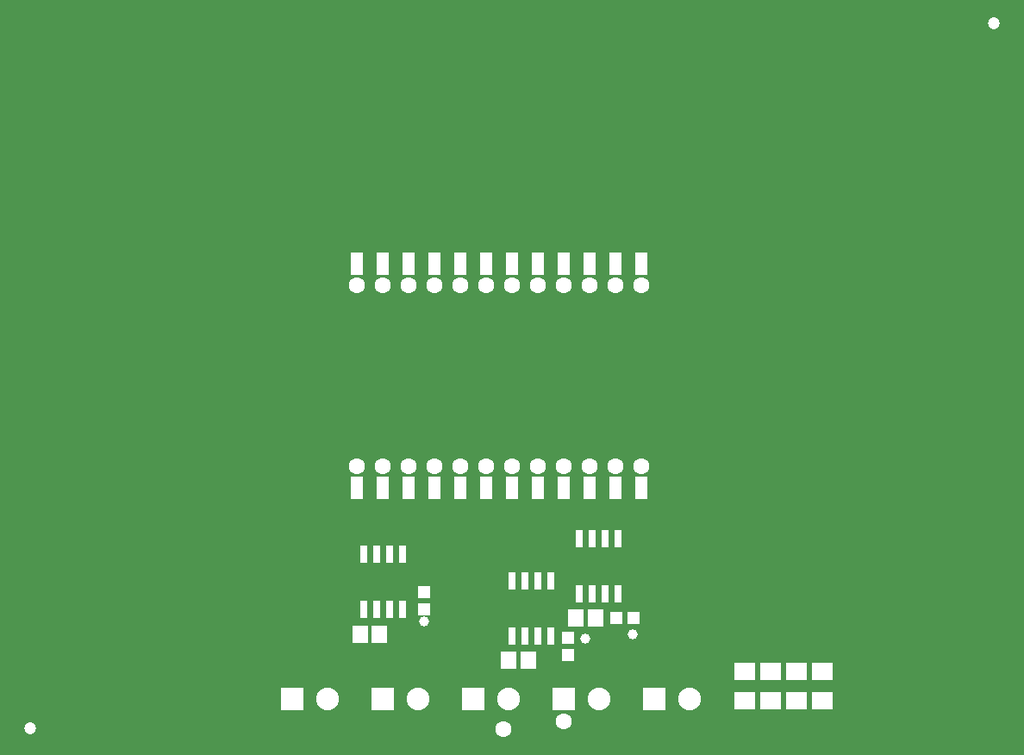
<source format=gbs>
G04 EAGLE Gerber RS-274X export*
G75*
%MOMM*%
%FSLAX34Y34*%
%LPD*%
%INSoldermask Bottom*%
%IPNEG*%
%AMOC8*
5,1,8,0,0,1.08239X$1,22.5*%
G01*
%ADD10C,1.603200*%
%ADD11R,1.203200X2.203200*%
%ADD12C,1.203200*%
%ADD13R,0.753200X1.703200*%
%ADD14R,1.503200X1.703200*%
%ADD15R,2.235200X2.235200*%
%ADD16C,2.235200*%
%ADD17R,1.203200X1.303200*%
%ADD18R,1.303200X1.203200*%
%ADD19R,2.006200X1.803200*%
%ADD20C,1.003200*%


D10*
X381000Y292100D03*
X406400Y292100D03*
X431800Y292100D03*
X457200Y292100D03*
X482600Y292100D03*
X508000Y292100D03*
X533400Y292100D03*
X558800Y292100D03*
X584200Y292100D03*
X609600Y292100D03*
X635000Y292100D03*
X381000Y469900D03*
X406400Y469900D03*
X431800Y469900D03*
X457200Y469900D03*
X482600Y469900D03*
X508000Y469900D03*
X533400Y469900D03*
X558800Y469900D03*
X584200Y469900D03*
X609600Y469900D03*
X635000Y469900D03*
X355600Y292100D03*
X355600Y469900D03*
D11*
X355600Y270700D03*
X381000Y270700D03*
X406400Y270700D03*
X431800Y270700D03*
X457200Y270700D03*
X482600Y270700D03*
X508000Y270700D03*
X533400Y270700D03*
X558800Y270700D03*
X584200Y270700D03*
X609600Y270700D03*
X635000Y270700D03*
X355600Y491300D03*
X381000Y491300D03*
X406400Y491300D03*
X431800Y491300D03*
X457200Y491300D03*
X482600Y491300D03*
X508000Y491300D03*
X533400Y491300D03*
X558800Y491300D03*
X584200Y491300D03*
X609600Y491300D03*
X635000Y491300D03*
D12*
X35000Y35000D03*
X981000Y727000D03*
D13*
X374650Y152070D03*
X387350Y152070D03*
X400050Y152070D03*
X361950Y152070D03*
X361950Y206070D03*
X374650Y206070D03*
X387350Y206070D03*
X400050Y206070D03*
D14*
X377800Y127000D03*
X358800Y127000D03*
D15*
X292100Y63500D03*
D16*
X327100Y63500D03*
D15*
X381000Y63500D03*
D16*
X416000Y63500D03*
D15*
X469900Y63500D03*
D16*
X504900Y63500D03*
D15*
X558800Y63500D03*
D16*
X593800Y63500D03*
D15*
X647700Y63500D03*
D16*
X682700Y63500D03*
D13*
X586740Y167310D03*
X599440Y167310D03*
X612140Y167310D03*
X574040Y167310D03*
X574040Y221310D03*
X586740Y221310D03*
X599440Y221310D03*
X612140Y221310D03*
D14*
X589890Y143510D03*
X570890Y143510D03*
D13*
X520700Y125400D03*
X533400Y125400D03*
X546100Y125400D03*
X508000Y125400D03*
X508000Y179400D03*
X520700Y179400D03*
X533400Y179400D03*
X546100Y179400D03*
D14*
X523850Y101600D03*
X504850Y101600D03*
D17*
X421640Y151520D03*
X421640Y168520D03*
X562610Y124070D03*
X562610Y107070D03*
D18*
X626990Y143510D03*
X609990Y143510D03*
D19*
X736600Y61980D03*
X736600Y90420D03*
X762000Y61980D03*
X762000Y90420D03*
X787400Y61980D03*
X787400Y90420D03*
X812800Y61980D03*
X812800Y90420D03*
D20*
X579736Y123190D03*
X626110Y127000D03*
X421640Y139700D03*
D10*
X558800Y41910D03*
X499110Y34290D03*
M02*

</source>
